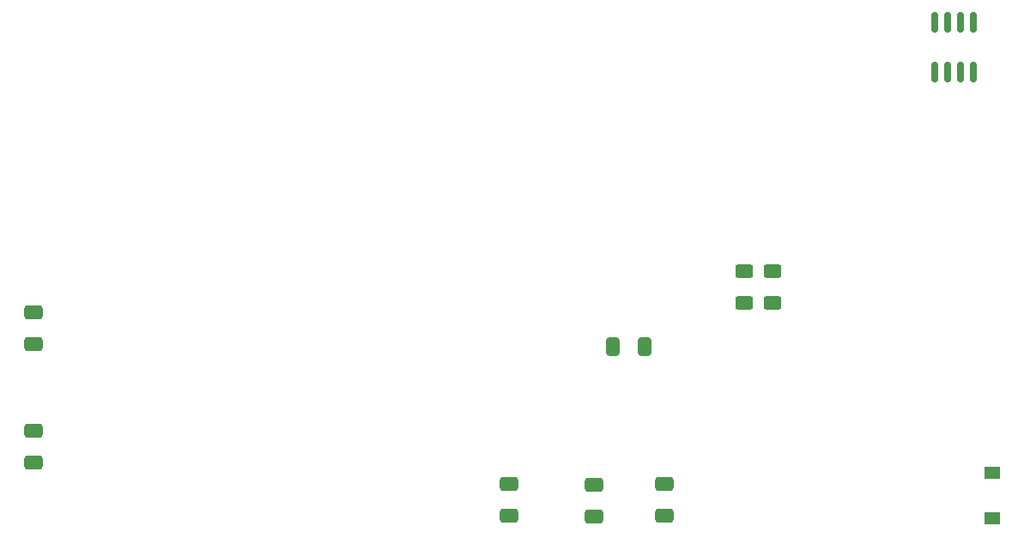
<source format=gbr>
%TF.GenerationSoftware,KiCad,Pcbnew,7.0.8*%
%TF.CreationDate,2024-01-15T19:48:56-06:00*%
%TF.ProjectId,ISA rev8,49534120-7265-4763-982e-6b696361645f,rev?*%
%TF.SameCoordinates,Original*%
%TF.FileFunction,Paste,Bot*%
%TF.FilePolarity,Positive*%
%FSLAX46Y46*%
G04 Gerber Fmt 4.6, Leading zero omitted, Abs format (unit mm)*
G04 Created by KiCad (PCBNEW 7.0.8) date 2024-01-15 19:48:56*
%MOMM*%
%LPD*%
G01*
G04 APERTURE LIST*
G04 Aperture macros list*
%AMRoundRect*
0 Rectangle with rounded corners*
0 $1 Rounding radius*
0 $2 $3 $4 $5 $6 $7 $8 $9 X,Y pos of 4 corners*
0 Add a 4 corners polygon primitive as box body*
4,1,4,$2,$3,$4,$5,$6,$7,$8,$9,$2,$3,0*
0 Add four circle primitives for the rounded corners*
1,1,$1+$1,$2,$3*
1,1,$1+$1,$4,$5*
1,1,$1+$1,$6,$7*
1,1,$1+$1,$8,$9*
0 Add four rect primitives between the rounded corners*
20,1,$1+$1,$2,$3,$4,$5,0*
20,1,$1+$1,$4,$5,$6,$7,0*
20,1,$1+$1,$6,$7,$8,$9,0*
20,1,$1+$1,$8,$9,$2,$3,0*%
G04 Aperture macros list end*
%ADD10R,1.550000X1.300000*%
%ADD11RoundRect,0.250000X0.650000X-0.412500X0.650000X0.412500X-0.650000X0.412500X-0.650000X-0.412500X0*%
%ADD12RoundRect,0.250000X-0.650000X0.412500X-0.650000X-0.412500X0.650000X-0.412500X0.650000X0.412500X0*%
%ADD13RoundRect,0.150000X-0.150000X0.825000X-0.150000X-0.825000X0.150000X-0.825000X0.150000X0.825000X0*%
%ADD14RoundRect,0.250000X0.412500X0.650000X-0.412500X0.650000X-0.412500X-0.650000X0.412500X-0.650000X0*%
%ADD15RoundRect,0.250000X0.625000X-0.400000X0.625000X0.400000X-0.625000X0.400000X-0.625000X-0.400000X0*%
%ADD16RoundRect,0.250000X-0.625000X0.400000X-0.625000X-0.400000X0.625000X-0.400000X0.625000X0.400000X0*%
G04 APERTURE END LIST*
D10*
%TO.C,TP1*%
X197929500Y-113320000D03*
X197929500Y-117820000D03*
%TD*%
D11*
%TO.C,C3*%
X165608000Y-117513500D03*
X165608000Y-114388500D03*
%TD*%
%TO.C,C4*%
X103373000Y-100622500D03*
X103373000Y-97497500D03*
%TD*%
D12*
%TO.C,C6*%
X158623000Y-114515500D03*
X158623000Y-117640500D03*
%TD*%
D13*
%TO.C,U7*%
X192278000Y-68834000D03*
X193548000Y-68834000D03*
X194818000Y-68834000D03*
X196088000Y-68834000D03*
X196088000Y-73784000D03*
X194818000Y-73784000D03*
X193548000Y-73784000D03*
X192278000Y-73784000D03*
%TD*%
D12*
%TO.C,C1*%
X150241000Y-114388500D03*
X150241000Y-117513500D03*
%TD*%
D14*
%TO.C,C7*%
X163614500Y-100838000D03*
X160489500Y-100838000D03*
%TD*%
D15*
%TO.C,R11*%
X173482000Y-96546000D03*
X173482000Y-93446000D03*
%TD*%
D12*
%TO.C,C5*%
X103373000Y-109181500D03*
X103373000Y-112306500D03*
%TD*%
D16*
%TO.C,R10*%
X176276000Y-93446000D03*
X176276000Y-96546000D03*
%TD*%
M02*

</source>
